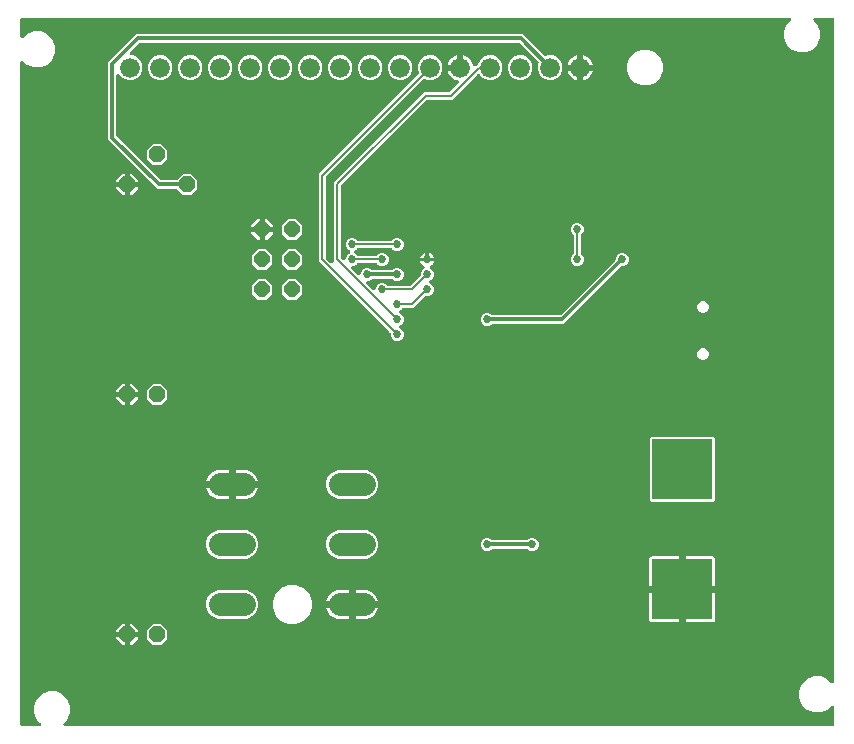
<source format=gbr>
G04 EAGLE Gerber RS-274X export*
G75*
%MOMM*%
%FSLAX34Y34*%
%LPD*%
%INBottom Copper*%
%IPPOS*%
%AMOC8*
5,1,8,0,0,1.08239X$1,22.5*%
G01*
%ADD10C,1.981200*%
%ADD11P,1.415766X8X112.500000*%
%ADD12C,1.676400*%
%ADD13P,1.429621X8X202.500000*%
%ADD14P,1.429621X8X22.500000*%
%ADD15R,5.080000X5.080000*%
%ADD16C,0.685800*%
%ADD17C,0.304800*%
%ADD18C,0.203200*%

G36*
X141492Y74688D02*
X141492Y74688D01*
X141592Y74690D01*
X141664Y74708D01*
X141738Y74717D01*
X141833Y74750D01*
X141930Y74775D01*
X141996Y74809D01*
X142066Y74834D01*
X142151Y74889D01*
X142240Y74935D01*
X142297Y74983D01*
X142359Y75023D01*
X142429Y75095D01*
X142506Y75160D01*
X142550Y75220D01*
X142601Y75274D01*
X142653Y75360D01*
X142713Y75441D01*
X142742Y75509D01*
X142780Y75573D01*
X142811Y75669D01*
X142851Y75761D01*
X142864Y75834D01*
X142887Y75905D01*
X142895Y76005D01*
X142912Y76104D01*
X142909Y76178D01*
X142914Y76252D01*
X142900Y76352D01*
X142894Y76452D01*
X142874Y76523D01*
X142863Y76597D01*
X142826Y76690D01*
X142798Y76787D01*
X142762Y76852D01*
X142734Y76921D01*
X142677Y77003D01*
X142628Y77091D01*
X142563Y77167D01*
X142535Y77207D01*
X142509Y77231D01*
X142469Y77277D01*
X139480Y80267D01*
X137159Y85868D01*
X137159Y91932D01*
X139480Y97533D01*
X143767Y101820D01*
X149368Y104141D01*
X155432Y104141D01*
X161033Y101820D01*
X165320Y97533D01*
X167641Y91932D01*
X167641Y85868D01*
X165320Y80267D01*
X162331Y77277D01*
X162268Y77199D01*
X162199Y77126D01*
X162160Y77062D01*
X162114Y77004D01*
X162071Y76913D01*
X162020Y76827D01*
X161997Y76756D01*
X161965Y76689D01*
X161944Y76591D01*
X161913Y76495D01*
X161908Y76421D01*
X161892Y76348D01*
X161894Y76248D01*
X161886Y76148D01*
X161897Y76074D01*
X161898Y76000D01*
X161922Y75903D01*
X161937Y75803D01*
X161965Y75734D01*
X161983Y75662D01*
X162029Y75573D01*
X162066Y75479D01*
X162108Y75418D01*
X162142Y75352D01*
X162208Y75276D01*
X162265Y75193D01*
X162320Y75143D01*
X162368Y75087D01*
X162449Y75027D01*
X162524Y74960D01*
X162589Y74924D01*
X162649Y74879D01*
X162741Y74840D01*
X162829Y74791D01*
X162900Y74771D01*
X162969Y74741D01*
X163067Y74724D01*
X163164Y74696D01*
X163264Y74688D01*
X163312Y74680D01*
X163347Y74682D01*
X163408Y74677D01*
X812800Y74677D01*
X812826Y74680D01*
X812852Y74678D01*
X812999Y74700D01*
X813146Y74717D01*
X813171Y74725D01*
X813197Y74729D01*
X813335Y74784D01*
X813474Y74834D01*
X813496Y74848D01*
X813521Y74858D01*
X813642Y74943D01*
X813767Y75023D01*
X813785Y75042D01*
X813807Y75057D01*
X813906Y75167D01*
X814009Y75274D01*
X814023Y75296D01*
X814040Y75316D01*
X814112Y75446D01*
X814188Y75573D01*
X814196Y75598D01*
X814209Y75621D01*
X814249Y75764D01*
X814294Y75905D01*
X814296Y75931D01*
X814304Y75956D01*
X814323Y76200D01*
X814323Y90592D01*
X814312Y90692D01*
X814310Y90792D01*
X814292Y90864D01*
X814283Y90938D01*
X814250Y91033D01*
X814225Y91130D01*
X814191Y91196D01*
X814166Y91266D01*
X814111Y91351D01*
X814065Y91440D01*
X814017Y91497D01*
X813977Y91559D01*
X813905Y91629D01*
X813840Y91706D01*
X813780Y91750D01*
X813726Y91801D01*
X813640Y91853D01*
X813559Y91913D01*
X813491Y91942D01*
X813427Y91980D01*
X813331Y92011D01*
X813239Y92051D01*
X813166Y92064D01*
X813095Y92087D01*
X812995Y92095D01*
X812896Y92112D01*
X812822Y92109D01*
X812748Y92114D01*
X812648Y92100D01*
X812548Y92094D01*
X812477Y92074D01*
X812403Y92063D01*
X812310Y92026D01*
X812213Y91998D01*
X812148Y91962D01*
X812079Y91934D01*
X811997Y91877D01*
X811909Y91828D01*
X811833Y91763D01*
X811793Y91735D01*
X811769Y91709D01*
X811723Y91669D01*
X808733Y88680D01*
X803132Y86359D01*
X797068Y86359D01*
X791467Y88680D01*
X787180Y92967D01*
X784859Y98568D01*
X784859Y104632D01*
X787180Y110233D01*
X791467Y114520D01*
X797068Y116841D01*
X803132Y116841D01*
X808733Y114520D01*
X811723Y111531D01*
X811801Y111468D01*
X811874Y111399D01*
X811938Y111360D01*
X811996Y111314D01*
X812087Y111271D01*
X812173Y111220D01*
X812244Y111197D01*
X812311Y111165D01*
X812409Y111144D01*
X812505Y111113D01*
X812579Y111108D01*
X812652Y111092D01*
X812752Y111094D01*
X812852Y111086D01*
X812926Y111097D01*
X813000Y111098D01*
X813097Y111122D01*
X813197Y111137D01*
X813266Y111165D01*
X813338Y111183D01*
X813428Y111229D01*
X813521Y111266D01*
X813582Y111308D01*
X813648Y111342D01*
X813725Y111408D01*
X813807Y111465D01*
X813857Y111520D01*
X813913Y111568D01*
X813973Y111649D01*
X814040Y111724D01*
X814076Y111789D01*
X814121Y111849D01*
X814160Y111941D01*
X814209Y112029D01*
X814229Y112100D01*
X814259Y112169D01*
X814276Y112267D01*
X814304Y112364D01*
X814312Y112464D01*
X814320Y112512D01*
X814318Y112547D01*
X814323Y112608D01*
X814323Y673100D01*
X814320Y673126D01*
X814322Y673152D01*
X814300Y673299D01*
X814283Y673446D01*
X814275Y673471D01*
X814271Y673497D01*
X814216Y673635D01*
X814166Y673774D01*
X814152Y673796D01*
X814142Y673821D01*
X814057Y673942D01*
X813977Y674067D01*
X813958Y674085D01*
X813943Y674107D01*
X813833Y674206D01*
X813726Y674309D01*
X813704Y674323D01*
X813684Y674340D01*
X813554Y674412D01*
X813427Y674488D01*
X813402Y674496D01*
X813379Y674509D01*
X813236Y674549D01*
X813095Y674594D01*
X813069Y674596D01*
X813044Y674604D01*
X812800Y674623D01*
X798408Y674623D01*
X798308Y674612D01*
X798208Y674610D01*
X798136Y674592D01*
X798062Y674583D01*
X797967Y674550D01*
X797870Y674525D01*
X797804Y674491D01*
X797734Y674466D01*
X797649Y674411D01*
X797560Y674365D01*
X797503Y674317D01*
X797441Y674277D01*
X797371Y674205D01*
X797294Y674140D01*
X797250Y674080D01*
X797199Y674026D01*
X797147Y673940D01*
X797087Y673859D01*
X797058Y673791D01*
X797020Y673727D01*
X796989Y673631D01*
X796949Y673539D01*
X796936Y673466D01*
X796913Y673395D01*
X796905Y673295D01*
X796888Y673196D01*
X796891Y673122D01*
X796886Y673048D01*
X796900Y672948D01*
X796906Y672848D01*
X796926Y672777D01*
X796937Y672703D01*
X796974Y672610D01*
X797002Y672513D01*
X797038Y672448D01*
X797066Y672379D01*
X797123Y672297D01*
X797172Y672209D01*
X797237Y672133D01*
X797265Y672093D01*
X797291Y672069D01*
X797331Y672023D01*
X800320Y669033D01*
X802641Y663432D01*
X802641Y657368D01*
X800320Y651767D01*
X796033Y647480D01*
X790432Y645159D01*
X784368Y645159D01*
X778767Y647480D01*
X774480Y651767D01*
X772159Y657368D01*
X772159Y663432D01*
X774480Y669033D01*
X777469Y672023D01*
X777532Y672101D01*
X777601Y672174D01*
X777640Y672238D01*
X777686Y672296D01*
X777729Y672387D01*
X777780Y672473D01*
X777803Y672544D01*
X777835Y672611D01*
X777856Y672709D01*
X777887Y672805D01*
X777892Y672879D01*
X777908Y672952D01*
X777906Y673052D01*
X777914Y673152D01*
X777903Y673226D01*
X777902Y673300D01*
X777878Y673397D01*
X777863Y673497D01*
X777835Y673566D01*
X777817Y673638D01*
X777771Y673728D01*
X777734Y673821D01*
X777692Y673882D01*
X777658Y673948D01*
X777592Y674025D01*
X777535Y674107D01*
X777480Y674157D01*
X777432Y674213D01*
X777351Y674273D01*
X777276Y674340D01*
X777211Y674376D01*
X777151Y674421D01*
X777059Y674460D01*
X776971Y674509D01*
X776900Y674529D01*
X776831Y674559D01*
X776733Y674576D01*
X776636Y674604D01*
X776536Y674612D01*
X776488Y674620D01*
X776453Y674618D01*
X776392Y674623D01*
X127000Y674623D01*
X126974Y674620D01*
X126948Y674622D01*
X126801Y674600D01*
X126654Y674583D01*
X126629Y674575D01*
X126603Y674571D01*
X126465Y674516D01*
X126326Y674466D01*
X126304Y674452D01*
X126279Y674442D01*
X126158Y674357D01*
X126033Y674277D01*
X126015Y674258D01*
X125993Y674243D01*
X125894Y674133D01*
X125791Y674026D01*
X125777Y674004D01*
X125760Y673984D01*
X125688Y673854D01*
X125612Y673727D01*
X125604Y673702D01*
X125591Y673679D01*
X125551Y673536D01*
X125506Y673395D01*
X125504Y673369D01*
X125496Y673344D01*
X125477Y673100D01*
X125477Y658708D01*
X125488Y658608D01*
X125490Y658508D01*
X125508Y658436D01*
X125517Y658362D01*
X125550Y658267D01*
X125575Y658170D01*
X125609Y658104D01*
X125634Y658034D01*
X125689Y657949D01*
X125735Y657860D01*
X125783Y657803D01*
X125823Y657741D01*
X125895Y657671D01*
X125960Y657594D01*
X126020Y657550D01*
X126074Y657499D01*
X126160Y657447D01*
X126241Y657387D01*
X126309Y657358D01*
X126373Y657320D01*
X126469Y657289D01*
X126561Y657249D01*
X126634Y657236D01*
X126705Y657213D01*
X126805Y657205D01*
X126904Y657188D01*
X126978Y657191D01*
X127052Y657186D01*
X127152Y657200D01*
X127252Y657206D01*
X127323Y657226D01*
X127397Y657237D01*
X127490Y657274D01*
X127587Y657302D01*
X127652Y657338D01*
X127721Y657366D01*
X127803Y657423D01*
X127891Y657472D01*
X127967Y657537D01*
X128007Y657565D01*
X128031Y657591D01*
X128077Y657631D01*
X131067Y660620D01*
X136668Y662941D01*
X142732Y662941D01*
X148333Y660620D01*
X152620Y656333D01*
X154941Y650732D01*
X154941Y644668D01*
X152620Y639067D01*
X148333Y634780D01*
X142732Y632459D01*
X136668Y632459D01*
X131067Y634780D01*
X128077Y637769D01*
X127999Y637832D01*
X127926Y637901D01*
X127862Y637940D01*
X127804Y637986D01*
X127713Y638029D01*
X127627Y638080D01*
X127556Y638103D01*
X127489Y638135D01*
X127391Y638156D01*
X127295Y638187D01*
X127221Y638192D01*
X127148Y638208D01*
X127048Y638206D01*
X126948Y638214D01*
X126874Y638203D01*
X126800Y638202D01*
X126703Y638178D01*
X126603Y638163D01*
X126534Y638135D01*
X126462Y638117D01*
X126373Y638071D01*
X126279Y638034D01*
X126218Y637992D01*
X126152Y637958D01*
X126076Y637892D01*
X125993Y637835D01*
X125943Y637780D01*
X125887Y637732D01*
X125827Y637651D01*
X125760Y637576D01*
X125724Y637511D01*
X125679Y637451D01*
X125640Y637359D01*
X125591Y637271D01*
X125571Y637200D01*
X125541Y637131D01*
X125524Y637033D01*
X125496Y636936D01*
X125488Y636836D01*
X125480Y636788D01*
X125482Y636753D01*
X125477Y636692D01*
X125477Y76200D01*
X125480Y76174D01*
X125478Y76148D01*
X125500Y76001D01*
X125517Y75854D01*
X125525Y75829D01*
X125529Y75803D01*
X125584Y75665D01*
X125634Y75526D01*
X125648Y75504D01*
X125658Y75479D01*
X125743Y75358D01*
X125823Y75233D01*
X125842Y75215D01*
X125857Y75193D01*
X125967Y75094D01*
X126074Y74991D01*
X126096Y74977D01*
X126116Y74960D01*
X126246Y74888D01*
X126373Y74812D01*
X126398Y74804D01*
X126421Y74791D01*
X126564Y74751D01*
X126705Y74706D01*
X126731Y74704D01*
X126756Y74696D01*
X127000Y74677D01*
X141392Y74677D01*
X141492Y74688D01*
G37*
%LPC*%
G36*
X443414Y400938D02*
X443414Y400938D01*
X441406Y401770D01*
X439870Y403306D01*
X439038Y405314D01*
X439038Y406919D01*
X439024Y407045D01*
X439017Y407171D01*
X439004Y407217D01*
X438998Y407265D01*
X438956Y407384D01*
X438921Y407506D01*
X438897Y407548D01*
X438881Y407594D01*
X438812Y407700D01*
X438751Y407810D01*
X438711Y407856D01*
X438692Y407886D01*
X438657Y407920D01*
X438592Y407996D01*
X377951Y468637D01*
X377951Y542263D01*
X380183Y544495D01*
X462446Y626758D01*
X462494Y626818D01*
X462549Y626871D01*
X462602Y626954D01*
X462663Y627031D01*
X462696Y627100D01*
X462737Y627164D01*
X462770Y627257D01*
X462812Y627346D01*
X462828Y627421D01*
X462854Y627493D01*
X462865Y627591D01*
X462885Y627687D01*
X462884Y627763D01*
X462893Y627839D01*
X462881Y627937D01*
X462879Y628035D01*
X462861Y628109D01*
X462852Y628185D01*
X462806Y628327D01*
X462794Y628373D01*
X462786Y628390D01*
X462777Y628418D01*
X461985Y630328D01*
X461985Y634472D01*
X463571Y638300D01*
X466500Y641229D01*
X470328Y642815D01*
X474472Y642815D01*
X478300Y641229D01*
X481229Y638300D01*
X482815Y634472D01*
X482815Y630328D01*
X481229Y626500D01*
X478300Y623571D01*
X474472Y621985D01*
X470328Y621985D01*
X468418Y622777D01*
X468344Y622798D01*
X468274Y622828D01*
X468178Y622845D01*
X468083Y622872D01*
X468007Y622876D01*
X467931Y622890D01*
X467833Y622884D01*
X467735Y622889D01*
X467660Y622876D01*
X467583Y622872D01*
X467489Y622844D01*
X467392Y622827D01*
X467322Y622796D01*
X467248Y622775D01*
X467162Y622727D01*
X467072Y622688D01*
X467011Y622642D01*
X466944Y622605D01*
X466830Y622508D01*
X466793Y622480D01*
X466780Y622465D01*
X466758Y622446D01*
X384495Y540183D01*
X384416Y540084D01*
X384332Y539990D01*
X384308Y539948D01*
X384278Y539910D01*
X384224Y539796D01*
X384163Y539685D01*
X384150Y539639D01*
X384129Y539595D01*
X384103Y539472D01*
X384068Y539350D01*
X384063Y539289D01*
X384056Y539254D01*
X384057Y539206D01*
X384049Y539106D01*
X384049Y471794D01*
X384063Y471668D01*
X384070Y471542D01*
X384083Y471496D01*
X384089Y471448D01*
X384131Y471329D01*
X384166Y471207D01*
X384190Y471165D01*
X384206Y471119D01*
X384275Y471013D01*
X384336Y470903D01*
X384376Y470857D01*
X384395Y470827D01*
X384430Y470793D01*
X384495Y470717D01*
X388051Y467161D01*
X388129Y467098D01*
X388202Y467028D01*
X388266Y466990D01*
X388324Y466944D01*
X388415Y466901D01*
X388501Y466850D01*
X388572Y466827D01*
X388639Y466795D01*
X388737Y466774D01*
X388833Y466743D01*
X388907Y466737D01*
X388980Y466722D01*
X389080Y466723D01*
X389180Y466715D01*
X389254Y466726D01*
X389328Y466728D01*
X389425Y466752D01*
X389525Y466767D01*
X389594Y466795D01*
X389666Y466813D01*
X389755Y466859D01*
X389849Y466896D01*
X389910Y466938D01*
X389976Y466972D01*
X390052Y467037D01*
X390135Y467095D01*
X390185Y467150D01*
X390241Y467198D01*
X390301Y467279D01*
X390368Y467354D01*
X390404Y467419D01*
X390449Y467478D01*
X390488Y467571D01*
X390537Y467659D01*
X390557Y467730D01*
X390587Y467798D01*
X390604Y467897D01*
X390632Y467994D01*
X390640Y468094D01*
X390648Y468141D01*
X390646Y468177D01*
X390651Y468238D01*
X390651Y534663D01*
X465075Y609087D01*
X467307Y611319D01*
X487941Y611319D01*
X488066Y611333D01*
X488192Y611340D01*
X488239Y611353D01*
X488287Y611359D01*
X488406Y611401D01*
X488527Y611436D01*
X488569Y611460D01*
X488615Y611476D01*
X488721Y611545D01*
X488832Y611606D01*
X488878Y611646D01*
X488908Y611665D01*
X488941Y611700D01*
X489018Y611765D01*
X496372Y619119D01*
X496468Y619240D01*
X496567Y619359D01*
X496576Y619376D01*
X496588Y619392D01*
X496655Y619532D01*
X496724Y619670D01*
X496729Y619689D01*
X496737Y619707D01*
X496770Y619858D01*
X496806Y620009D01*
X496806Y620029D01*
X496810Y620047D01*
X496808Y620202D01*
X496809Y620358D01*
X496805Y620377D01*
X496805Y620396D01*
X496767Y620546D01*
X496733Y620698D01*
X496724Y620715D01*
X496720Y620734D01*
X496648Y620872D01*
X496581Y621011D01*
X496569Y621026D01*
X496560Y621044D01*
X496459Y621162D01*
X496362Y621283D01*
X496347Y621294D01*
X496334Y621309D01*
X496209Y621402D01*
X496087Y621497D01*
X496069Y621505D01*
X496054Y621516D01*
X495911Y621578D01*
X495770Y621643D01*
X495748Y621648D01*
X495734Y621654D01*
X495691Y621662D01*
X495533Y621700D01*
X495242Y621746D01*
X493607Y622278D01*
X492075Y623058D01*
X490684Y624069D01*
X489469Y625284D01*
X488458Y626675D01*
X487678Y628207D01*
X487146Y629842D01*
X487137Y629901D01*
X496824Y629901D01*
X496850Y629904D01*
X496876Y629902D01*
X497023Y629924D01*
X497170Y629941D01*
X497195Y629949D01*
X497221Y629953D01*
X497358Y630008D01*
X497498Y630058D01*
X497520Y630072D01*
X497545Y630082D01*
X497666Y630167D01*
X497791Y630247D01*
X497809Y630266D01*
X497831Y630281D01*
X497930Y630391D01*
X498033Y630498D01*
X498047Y630520D01*
X498064Y630540D01*
X498136Y630670D01*
X498212Y630797D01*
X498220Y630822D01*
X498233Y630845D01*
X498273Y630988D01*
X498318Y631129D01*
X498320Y631155D01*
X498327Y631180D01*
X498347Y631424D01*
X498347Y631853D01*
X498776Y631853D01*
X498802Y631856D01*
X498828Y631854D01*
X498975Y631876D01*
X499122Y631893D01*
X499147Y631902D01*
X499173Y631906D01*
X499311Y631960D01*
X499450Y632010D01*
X499472Y632025D01*
X499497Y632034D01*
X499618Y632119D01*
X499743Y632199D01*
X499761Y632218D01*
X499783Y632233D01*
X499882Y632343D01*
X499985Y632450D01*
X499999Y632473D01*
X500016Y632492D01*
X500088Y632622D01*
X500164Y632749D01*
X500172Y632774D01*
X500185Y632797D01*
X500225Y632940D01*
X500270Y633081D01*
X500272Y633107D01*
X500280Y633132D01*
X500299Y633376D01*
X500299Y643063D01*
X500358Y643054D01*
X501993Y642522D01*
X503525Y641742D01*
X504916Y640731D01*
X506131Y639516D01*
X507142Y638125D01*
X507922Y636593D01*
X508454Y634958D01*
X508500Y634667D01*
X508541Y634518D01*
X508579Y634367D01*
X508588Y634350D01*
X508593Y634332D01*
X508667Y634196D01*
X508739Y634058D01*
X508751Y634043D01*
X508761Y634026D01*
X508864Y633910D01*
X508965Y633792D01*
X508980Y633781D01*
X508993Y633766D01*
X509121Y633677D01*
X509245Y633585D01*
X509263Y633577D01*
X509279Y633566D01*
X509423Y633508D01*
X509565Y633447D01*
X509584Y633444D01*
X509602Y633436D01*
X509755Y633413D01*
X509908Y633385D01*
X509927Y633386D01*
X509946Y633383D01*
X510101Y633395D01*
X510256Y633403D01*
X510275Y633409D01*
X510294Y633410D01*
X510442Y633457D01*
X510591Y633500D01*
X510608Y633509D01*
X510626Y633515D01*
X510760Y633594D01*
X510895Y633670D01*
X510913Y633685D01*
X510926Y633693D01*
X510958Y633723D01*
X511081Y633828D01*
X512882Y635629D01*
X512911Y635648D01*
X512980Y635680D01*
X513057Y635742D01*
X513139Y635795D01*
X513192Y635850D01*
X513252Y635898D01*
X513313Y635975D01*
X513382Y636046D01*
X513421Y636111D01*
X513468Y636171D01*
X513536Y636304D01*
X513560Y636345D01*
X513566Y636363D01*
X513580Y636389D01*
X514371Y638300D01*
X517300Y641229D01*
X521128Y642815D01*
X525272Y642815D01*
X529100Y641229D01*
X532029Y638300D01*
X533615Y634472D01*
X533615Y630328D01*
X532029Y626500D01*
X529100Y623571D01*
X525272Y621985D01*
X521128Y621985D01*
X517300Y623571D01*
X514451Y626421D01*
X514430Y626437D01*
X514413Y626457D01*
X514294Y626545D01*
X514178Y626637D01*
X514154Y626648D01*
X514133Y626664D01*
X513997Y626723D01*
X513863Y626786D01*
X513837Y626792D01*
X513813Y626802D01*
X513667Y626828D01*
X513522Y626859D01*
X513496Y626859D01*
X513470Y626864D01*
X513321Y626856D01*
X513174Y626853D01*
X513148Y626847D01*
X513122Y626846D01*
X512979Y626805D01*
X512836Y626768D01*
X512812Y626756D01*
X512787Y626749D01*
X512657Y626677D01*
X512526Y626609D01*
X512506Y626592D01*
X512483Y626579D01*
X512297Y626421D01*
X491097Y605221D01*
X470464Y605221D01*
X470338Y605207D01*
X470212Y605200D01*
X470166Y605187D01*
X470118Y605181D01*
X469999Y605139D01*
X469877Y605104D01*
X469835Y605080D01*
X469789Y605064D01*
X469683Y604995D01*
X469573Y604934D01*
X469527Y604894D01*
X469497Y604875D01*
X469463Y604840D01*
X469387Y604775D01*
X397195Y532583D01*
X397116Y532484D01*
X397032Y532390D01*
X397008Y532348D01*
X396978Y532310D01*
X396924Y532196D01*
X396863Y532085D01*
X396850Y532039D01*
X396829Y531995D01*
X396803Y531872D01*
X396768Y531750D01*
X396763Y531689D01*
X396756Y531654D01*
X396757Y531606D01*
X396749Y531506D01*
X396749Y471794D01*
X396763Y471669D01*
X396770Y471542D01*
X396783Y471495D01*
X396789Y471448D01*
X396831Y471329D01*
X396866Y471207D01*
X396890Y471165D01*
X396906Y471119D01*
X396975Y471013D01*
X397036Y470903D01*
X397076Y470857D01*
X397095Y470827D01*
X397130Y470793D01*
X397195Y470717D01*
X398338Y469574D01*
X398417Y469511D01*
X398489Y469441D01*
X398553Y469403D01*
X398611Y469357D01*
X398702Y469314D01*
X398788Y469263D01*
X398859Y469240D01*
X398926Y469208D01*
X399024Y469187D01*
X399120Y469156D01*
X399194Y469150D01*
X399267Y469135D01*
X399367Y469136D01*
X399467Y469128D01*
X399541Y469139D01*
X399615Y469141D01*
X399712Y469165D01*
X399812Y469180D01*
X399881Y469208D01*
X399953Y469226D01*
X400042Y469272D01*
X400136Y469309D01*
X400197Y469351D01*
X400263Y469385D01*
X400339Y469450D01*
X400422Y469508D01*
X400472Y469563D01*
X400528Y469611D01*
X400588Y469692D01*
X400655Y469767D01*
X400691Y469832D01*
X400736Y469891D01*
X400775Y469984D01*
X400824Y470072D01*
X400844Y470143D01*
X400874Y470211D01*
X400891Y470310D01*
X400919Y470407D01*
X400927Y470507D01*
X400935Y470554D01*
X400933Y470590D01*
X400938Y470651D01*
X400938Y470986D01*
X401770Y472994D01*
X403306Y474530D01*
X404061Y474843D01*
X404148Y474892D01*
X404240Y474932D01*
X404300Y474976D01*
X404365Y475012D01*
X404440Y475080D01*
X404520Y475139D01*
X404568Y475196D01*
X404623Y475246D01*
X404680Y475329D01*
X404745Y475405D01*
X404779Y475472D01*
X404822Y475533D01*
X404858Y475626D01*
X404904Y475716D01*
X404922Y475788D01*
X404949Y475857D01*
X404964Y475956D01*
X404988Y476054D01*
X404989Y476128D01*
X405000Y476202D01*
X404992Y476302D01*
X404993Y476402D01*
X404977Y476475D01*
X404971Y476549D01*
X404940Y476645D01*
X404919Y476743D01*
X404887Y476810D01*
X404864Y476881D01*
X404812Y476967D01*
X404769Y477058D01*
X404723Y477116D01*
X404684Y477179D01*
X404615Y477251D01*
X404552Y477330D01*
X404493Y477376D01*
X404442Y477429D01*
X404357Y477484D01*
X404278Y477546D01*
X404189Y477592D01*
X404148Y477618D01*
X404115Y477630D01*
X404061Y477657D01*
X403306Y477970D01*
X401770Y479506D01*
X400938Y481514D01*
X400938Y483686D01*
X401770Y485694D01*
X403306Y487230D01*
X405314Y488062D01*
X407486Y488062D01*
X409494Y487230D01*
X410629Y486095D01*
X410728Y486016D01*
X410822Y485932D01*
X410864Y485908D01*
X410902Y485878D01*
X411016Y485824D01*
X411127Y485763D01*
X411174Y485750D01*
X411217Y485729D01*
X411341Y485703D01*
X411462Y485668D01*
X411523Y485663D01*
X411558Y485656D01*
X411606Y485657D01*
X411706Y485649D01*
X439194Y485649D01*
X439319Y485663D01*
X439446Y485670D01*
X439492Y485683D01*
X439540Y485689D01*
X439659Y485731D01*
X439780Y485766D01*
X439823Y485790D01*
X439868Y485806D01*
X439974Y485875D01*
X440085Y485936D01*
X440131Y485976D01*
X440161Y485995D01*
X440194Y486030D01*
X440271Y486095D01*
X441406Y487230D01*
X443414Y488062D01*
X445586Y488062D01*
X447594Y487230D01*
X449130Y485694D01*
X449962Y483686D01*
X449962Y481514D01*
X449130Y479506D01*
X447594Y477970D01*
X445586Y477138D01*
X443414Y477138D01*
X441406Y477970D01*
X440271Y479105D01*
X440172Y479184D01*
X440078Y479268D01*
X440036Y479292D01*
X439998Y479322D01*
X439884Y479376D01*
X439773Y479437D01*
X439726Y479450D01*
X439683Y479471D01*
X439559Y479497D01*
X439438Y479532D01*
X439377Y479537D01*
X439342Y479544D01*
X439294Y479543D01*
X439194Y479551D01*
X411706Y479551D01*
X411581Y479537D01*
X411454Y479530D01*
X411408Y479517D01*
X411360Y479511D01*
X411241Y479469D01*
X411120Y479434D01*
X411077Y479410D01*
X411032Y479394D01*
X410926Y479325D01*
X410815Y479264D01*
X410769Y479224D01*
X410739Y479205D01*
X410706Y479170D01*
X410629Y479105D01*
X409494Y477970D01*
X408739Y477657D01*
X408652Y477608D01*
X408560Y477569D01*
X408500Y477524D01*
X408435Y477488D01*
X408361Y477421D01*
X408280Y477361D01*
X408232Y477304D01*
X408177Y477254D01*
X408120Y477171D01*
X408055Y477095D01*
X408021Y477028D01*
X407979Y476967D01*
X407942Y476874D01*
X407896Y476784D01*
X407878Y476712D01*
X407851Y476643D01*
X407836Y476544D01*
X407812Y476446D01*
X407811Y476372D01*
X407800Y476298D01*
X407808Y476198D01*
X407807Y476098D01*
X407823Y476025D01*
X407829Y475951D01*
X407860Y475855D01*
X407881Y475757D01*
X407913Y475690D01*
X407936Y475619D01*
X407988Y475533D01*
X408031Y475442D01*
X408077Y475384D01*
X408116Y475321D01*
X408185Y475249D01*
X408248Y475170D01*
X408307Y475124D01*
X408358Y475071D01*
X408443Y475016D01*
X408522Y474954D01*
X408611Y474909D01*
X408652Y474882D01*
X408685Y474870D01*
X408739Y474843D01*
X409494Y474530D01*
X410629Y473395D01*
X410728Y473316D01*
X410822Y473232D01*
X410864Y473208D01*
X410902Y473178D01*
X411016Y473124D01*
X411127Y473063D01*
X411174Y473050D01*
X411217Y473029D01*
X411341Y473003D01*
X411462Y472968D01*
X411523Y472963D01*
X411558Y472956D01*
X411606Y472957D01*
X411706Y472949D01*
X426494Y472949D01*
X426619Y472963D01*
X426746Y472970D01*
X426792Y472983D01*
X426840Y472989D01*
X426959Y473031D01*
X427080Y473066D01*
X427123Y473090D01*
X427168Y473106D01*
X427274Y473175D01*
X427385Y473236D01*
X427431Y473276D01*
X427461Y473295D01*
X427494Y473330D01*
X427571Y473395D01*
X428706Y474530D01*
X430714Y475362D01*
X432886Y475362D01*
X434894Y474530D01*
X436430Y472994D01*
X437262Y470986D01*
X437262Y468814D01*
X436430Y466806D01*
X434894Y465270D01*
X432886Y464438D01*
X430714Y464438D01*
X430530Y464514D01*
X428706Y465270D01*
X427571Y466405D01*
X427472Y466484D01*
X427378Y466568D01*
X427336Y466592D01*
X427298Y466622D01*
X427184Y466676D01*
X427073Y466737D01*
X427026Y466750D01*
X426983Y466771D01*
X426859Y466797D01*
X426738Y466832D01*
X426677Y466837D01*
X426642Y466844D01*
X426594Y466843D01*
X426494Y466851D01*
X411706Y466851D01*
X411581Y466837D01*
X411454Y466830D01*
X411408Y466817D01*
X411360Y466811D01*
X411241Y466769D01*
X411120Y466734D01*
X411077Y466710D01*
X411032Y466694D01*
X410926Y466625D01*
X410815Y466564D01*
X410769Y466524D01*
X410739Y466505D01*
X410706Y466470D01*
X410629Y466405D01*
X409494Y465270D01*
X407486Y464438D01*
X407151Y464438D01*
X407051Y464427D01*
X406951Y464425D01*
X406878Y464407D01*
X406805Y464398D01*
X406710Y464365D01*
X406613Y464340D01*
X406546Y464306D01*
X406476Y464281D01*
X406392Y464226D01*
X406303Y464180D01*
X406246Y464132D01*
X406184Y464092D01*
X406114Y464020D01*
X406037Y463955D01*
X405993Y463895D01*
X405941Y463841D01*
X405890Y463755D01*
X405830Y463674D01*
X405801Y463606D01*
X405763Y463542D01*
X405732Y463446D01*
X405692Y463354D01*
X405679Y463281D01*
X405656Y463210D01*
X405648Y463110D01*
X405631Y463011D01*
X405634Y462937D01*
X405628Y462863D01*
X405643Y462763D01*
X405648Y462663D01*
X405669Y462592D01*
X405680Y462518D01*
X405717Y462425D01*
X405745Y462328D01*
X405781Y462263D01*
X405809Y462194D01*
X405866Y462112D01*
X405915Y462024D01*
X405980Y461948D01*
X406008Y461908D01*
X406034Y461884D01*
X406074Y461838D01*
X411038Y456874D01*
X411116Y456811D01*
X411189Y456741D01*
X411253Y456703D01*
X411311Y456657D01*
X411402Y456614D01*
X411488Y456563D01*
X411559Y456540D01*
X411626Y456508D01*
X411724Y456487D01*
X411820Y456456D01*
X411894Y456450D01*
X411967Y456435D01*
X412067Y456436D01*
X412167Y456428D01*
X412241Y456439D01*
X412315Y456441D01*
X412412Y456465D01*
X412512Y456480D01*
X412581Y456508D01*
X412653Y456526D01*
X412743Y456572D01*
X412836Y456609D01*
X412897Y456651D01*
X412963Y456685D01*
X413040Y456751D01*
X413122Y456808D01*
X413172Y456863D01*
X413228Y456911D01*
X413288Y456992D01*
X413355Y457067D01*
X413391Y457132D01*
X413436Y457191D01*
X413475Y457284D01*
X413524Y457372D01*
X413544Y457443D01*
X413574Y457511D01*
X413591Y457610D01*
X413619Y457707D01*
X413627Y457807D01*
X413635Y457854D01*
X413633Y457890D01*
X413638Y457951D01*
X413638Y458286D01*
X414470Y460294D01*
X416006Y461830D01*
X418014Y462662D01*
X420186Y462662D01*
X422194Y461830D01*
X422821Y461203D01*
X422920Y461124D01*
X423014Y461040D01*
X423056Y461016D01*
X423094Y460986D01*
X423208Y460932D01*
X423319Y460871D01*
X423366Y460858D01*
X423409Y460837D01*
X423533Y460811D01*
X423654Y460776D01*
X423715Y460771D01*
X423750Y460764D01*
X423798Y460765D01*
X423898Y460757D01*
X439702Y460757D01*
X439827Y460771D01*
X439954Y460778D01*
X440000Y460791D01*
X440048Y460797D01*
X440167Y460839D01*
X440288Y460874D01*
X440331Y460898D01*
X440376Y460914D01*
X440482Y460983D01*
X440593Y461044D01*
X440639Y461084D01*
X440669Y461103D01*
X440702Y461138D01*
X440779Y461203D01*
X441406Y461830D01*
X443414Y462662D01*
X445586Y462662D01*
X447594Y461830D01*
X449130Y460294D01*
X449962Y458286D01*
X449962Y456114D01*
X449130Y454106D01*
X447594Y452570D01*
X445586Y451738D01*
X443414Y451738D01*
X441406Y452570D01*
X440779Y453197D01*
X440680Y453276D01*
X440586Y453360D01*
X440544Y453384D01*
X440506Y453414D01*
X440392Y453468D01*
X440281Y453529D01*
X440234Y453542D01*
X440191Y453563D01*
X440067Y453589D01*
X439946Y453624D01*
X439885Y453629D01*
X439850Y453636D01*
X439802Y453635D01*
X439702Y453643D01*
X423898Y453643D01*
X423773Y453629D01*
X423646Y453622D01*
X423600Y453609D01*
X423552Y453603D01*
X423433Y453561D01*
X423312Y453526D01*
X423269Y453502D01*
X423224Y453486D01*
X423118Y453417D01*
X423007Y453356D01*
X422961Y453316D01*
X422931Y453297D01*
X422898Y453262D01*
X422821Y453197D01*
X422194Y452570D01*
X420186Y451738D01*
X419851Y451738D01*
X419751Y451727D01*
X419651Y451725D01*
X419578Y451707D01*
X419505Y451698D01*
X419410Y451665D01*
X419313Y451640D01*
X419246Y451606D01*
X419176Y451581D01*
X419092Y451526D01*
X419003Y451480D01*
X418946Y451432D01*
X418884Y451392D01*
X418814Y451320D01*
X418737Y451255D01*
X418693Y451195D01*
X418641Y451141D01*
X418590Y451055D01*
X418530Y450974D01*
X418501Y450906D01*
X418463Y450842D01*
X418432Y450746D01*
X418392Y450654D01*
X418379Y450581D01*
X418356Y450510D01*
X418348Y450410D01*
X418331Y450311D01*
X418334Y450237D01*
X418328Y450163D01*
X418343Y450063D01*
X418348Y449963D01*
X418369Y449892D01*
X418380Y449818D01*
X418417Y449725D01*
X418445Y449628D01*
X418481Y449563D01*
X418509Y449494D01*
X418566Y449412D01*
X418615Y449324D01*
X418680Y449248D01*
X418708Y449208D01*
X418734Y449184D01*
X418774Y449138D01*
X423738Y444174D01*
X423816Y444111D01*
X423889Y444041D01*
X423953Y444003D01*
X424011Y443957D01*
X424102Y443914D01*
X424188Y443863D01*
X424259Y443840D01*
X424326Y443808D01*
X424424Y443787D01*
X424520Y443756D01*
X424594Y443750D01*
X424667Y443735D01*
X424767Y443736D01*
X424867Y443728D01*
X424941Y443739D01*
X425015Y443741D01*
X425112Y443765D01*
X425212Y443780D01*
X425281Y443808D01*
X425353Y443826D01*
X425443Y443872D01*
X425536Y443909D01*
X425597Y443951D01*
X425663Y443985D01*
X425740Y444051D01*
X425822Y444108D01*
X425872Y444163D01*
X425928Y444211D01*
X425988Y444292D01*
X426055Y444367D01*
X426091Y444432D01*
X426136Y444491D01*
X426175Y444584D01*
X426224Y444672D01*
X426244Y444743D01*
X426274Y444811D01*
X426291Y444910D01*
X426319Y445007D01*
X426327Y445107D01*
X426335Y445154D01*
X426333Y445190D01*
X426338Y445251D01*
X426338Y445586D01*
X427170Y447594D01*
X428706Y449130D01*
X430714Y449962D01*
X432886Y449962D01*
X434894Y449130D01*
X436029Y447995D01*
X436128Y447916D01*
X436222Y447832D01*
X436264Y447808D01*
X436302Y447778D01*
X436416Y447724D01*
X436527Y447663D01*
X436574Y447650D01*
X436617Y447629D01*
X436741Y447603D01*
X436862Y447568D01*
X436923Y447563D01*
X436958Y447556D01*
X437006Y447557D01*
X437106Y447549D01*
X455306Y447549D01*
X455432Y447563D01*
X455558Y447570D01*
X455604Y447583D01*
X455652Y447589D01*
X455771Y447631D01*
X455893Y447666D01*
X455935Y447690D01*
X455981Y447706D01*
X456087Y447775D01*
X456197Y447836D01*
X456243Y447876D01*
X456273Y447895D01*
X456307Y447930D01*
X456383Y447995D01*
X463992Y455604D01*
X464071Y455703D01*
X464155Y455797D01*
X464179Y455839D01*
X464209Y455877D01*
X464263Y455991D01*
X464324Y456102D01*
X464337Y456148D01*
X464358Y456192D01*
X464384Y456315D01*
X464419Y456437D01*
X464424Y456498D01*
X464431Y456533D01*
X464430Y456581D01*
X464438Y456681D01*
X464438Y458286D01*
X465270Y460294D01*
X466806Y461830D01*
X466905Y461871D01*
X467015Y461932D01*
X467128Y461986D01*
X467167Y462017D01*
X467210Y462041D01*
X467303Y462125D01*
X467401Y462203D01*
X467432Y462242D01*
X467468Y462275D01*
X467540Y462378D01*
X467617Y462476D01*
X467638Y462521D01*
X467666Y462561D01*
X467712Y462678D01*
X467766Y462792D01*
X467776Y462840D01*
X467794Y462886D01*
X467813Y463010D01*
X467839Y463132D01*
X467838Y463182D01*
X467845Y463230D01*
X467835Y463355D01*
X467832Y463481D01*
X467820Y463529D01*
X467816Y463578D01*
X467778Y463697D01*
X467747Y463819D01*
X467724Y463862D01*
X467709Y463909D01*
X467644Y464017D01*
X467587Y464128D01*
X467555Y464166D01*
X467529Y464208D01*
X467442Y464298D01*
X467361Y464393D01*
X467312Y464432D01*
X467287Y464458D01*
X467246Y464484D01*
X467169Y464545D01*
X466094Y465263D01*
X465263Y466094D01*
X464610Y467072D01*
X464160Y468159D01*
X464116Y468377D01*
X469900Y468377D01*
X475684Y468377D01*
X475640Y468159D01*
X475190Y467072D01*
X474537Y466094D01*
X473706Y465263D01*
X472631Y464545D01*
X472536Y464464D01*
X472435Y464389D01*
X472403Y464352D01*
X472365Y464320D01*
X472291Y464219D01*
X472210Y464123D01*
X472187Y464079D01*
X472158Y464040D01*
X472108Y463925D01*
X472051Y463813D01*
X472039Y463765D01*
X472019Y463720D01*
X471997Y463596D01*
X471967Y463475D01*
X471966Y463425D01*
X471957Y463377D01*
X471964Y463252D01*
X471962Y463126D01*
X471972Y463078D01*
X471975Y463029D01*
X472009Y462908D01*
X472036Y462786D01*
X472057Y462741D01*
X472071Y462694D01*
X472132Y462584D01*
X472186Y462471D01*
X472217Y462432D01*
X472241Y462389D01*
X472325Y462297D01*
X472403Y462199D01*
X472442Y462168D01*
X472475Y462132D01*
X472579Y462060D01*
X472677Y461983D01*
X472732Y461954D01*
X472762Y461934D01*
X472807Y461916D01*
X472895Y461871D01*
X472994Y461830D01*
X474530Y460294D01*
X475362Y458286D01*
X475362Y456114D01*
X474530Y454106D01*
X472994Y452570D01*
X472239Y452257D01*
X472152Y452208D01*
X472060Y452169D01*
X472000Y452124D01*
X471935Y452088D01*
X471861Y452021D01*
X471780Y451961D01*
X471732Y451904D01*
X471677Y451854D01*
X471620Y451771D01*
X471555Y451695D01*
X471521Y451628D01*
X471479Y451567D01*
X471442Y451474D01*
X471396Y451384D01*
X471378Y451312D01*
X471351Y451243D01*
X471336Y451144D01*
X471312Y451046D01*
X471311Y450972D01*
X471300Y450898D01*
X471308Y450798D01*
X471307Y450698D01*
X471323Y450625D01*
X471329Y450551D01*
X471360Y450455D01*
X471381Y450357D01*
X471413Y450290D01*
X471436Y450219D01*
X471488Y450133D01*
X471531Y450042D01*
X471577Y449984D01*
X471616Y449921D01*
X471685Y449849D01*
X471748Y449770D01*
X471807Y449724D01*
X471858Y449671D01*
X471943Y449616D01*
X472022Y449554D01*
X472111Y449509D01*
X472152Y449482D01*
X472185Y449470D01*
X472239Y449443D01*
X472994Y449130D01*
X474530Y447594D01*
X475362Y445586D01*
X475362Y443414D01*
X474530Y441406D01*
X472994Y439870D01*
X470986Y439038D01*
X469381Y439038D01*
X469255Y439024D01*
X469129Y439017D01*
X469083Y439004D01*
X469035Y438998D01*
X468916Y438956D01*
X468794Y438921D01*
X468752Y438897D01*
X468706Y438881D01*
X468600Y438812D01*
X468490Y438751D01*
X468444Y438711D01*
X468414Y438692D01*
X468380Y438657D01*
X468304Y438592D01*
X458463Y428751D01*
X449806Y428751D01*
X449681Y428737D01*
X449554Y428730D01*
X449508Y428717D01*
X449460Y428711D01*
X449341Y428669D01*
X449220Y428634D01*
X449177Y428610D01*
X449132Y428594D01*
X449026Y428525D01*
X448915Y428464D01*
X448869Y428424D01*
X448839Y428405D01*
X448806Y428370D01*
X448729Y428305D01*
X447594Y427170D01*
X446839Y426857D01*
X446752Y426808D01*
X446660Y426769D01*
X446600Y426724D01*
X446535Y426688D01*
X446461Y426621D01*
X446380Y426561D01*
X446332Y426504D01*
X446277Y426454D01*
X446220Y426371D01*
X446155Y426295D01*
X446121Y426228D01*
X446079Y426167D01*
X446042Y426074D01*
X445996Y425984D01*
X445978Y425912D01*
X445951Y425843D01*
X445936Y425744D01*
X445912Y425646D01*
X445911Y425572D01*
X445900Y425498D01*
X445908Y425398D01*
X445907Y425298D01*
X445923Y425225D01*
X445929Y425151D01*
X445960Y425055D01*
X445981Y424957D01*
X446013Y424890D01*
X446036Y424819D01*
X446088Y424733D01*
X446131Y424642D01*
X446177Y424584D01*
X446216Y424521D01*
X446285Y424449D01*
X446348Y424370D01*
X446407Y424324D01*
X446458Y424271D01*
X446543Y424216D01*
X446622Y424154D01*
X446711Y424109D01*
X446752Y424082D01*
X446785Y424070D01*
X446839Y424043D01*
X447594Y423730D01*
X449130Y422194D01*
X449962Y420186D01*
X449962Y418014D01*
X449130Y416006D01*
X447594Y414470D01*
X446839Y414157D01*
X446752Y414108D01*
X446660Y414068D01*
X446600Y414024D01*
X446535Y413988D01*
X446460Y413920D01*
X446380Y413861D01*
X446332Y413804D01*
X446277Y413754D01*
X446220Y413671D01*
X446155Y413595D01*
X446121Y413528D01*
X446078Y413467D01*
X446042Y413374D01*
X445996Y413284D01*
X445978Y413212D01*
X445951Y413143D01*
X445936Y413044D01*
X445912Y412946D01*
X445911Y412872D01*
X445900Y412798D01*
X445908Y412698D01*
X445907Y412598D01*
X445923Y412525D01*
X445929Y412451D01*
X445960Y412355D01*
X445981Y412257D01*
X446013Y412190D01*
X446036Y412119D01*
X446088Y412033D01*
X446131Y411942D01*
X446177Y411884D01*
X446216Y411821D01*
X446285Y411749D01*
X446348Y411670D01*
X446407Y411624D01*
X446458Y411571D01*
X446543Y411516D01*
X446622Y411454D01*
X446711Y411408D01*
X446752Y411382D01*
X446785Y411370D01*
X446839Y411343D01*
X447594Y411030D01*
X449130Y409494D01*
X449962Y407486D01*
X449962Y405314D01*
X449130Y403306D01*
X447594Y401770D01*
X445586Y400938D01*
X443414Y400938D01*
G37*
%LPD*%
%LPC*%
G36*
X263123Y524763D02*
X263123Y524763D01*
X258489Y529397D01*
X258390Y529476D01*
X258296Y529560D01*
X258254Y529584D01*
X258216Y529614D01*
X258102Y529668D01*
X257991Y529729D01*
X257944Y529742D01*
X257901Y529763D01*
X257777Y529789D01*
X257655Y529824D01*
X257595Y529829D01*
X257560Y529836D01*
X257512Y529835D01*
X257412Y529843D01*
X241495Y529843D01*
X199643Y571695D01*
X199643Y636473D01*
X223765Y660595D01*
X550835Y660595D01*
X553365Y658065D01*
X568866Y642564D01*
X568926Y642517D01*
X568979Y642462D01*
X569062Y642408D01*
X569139Y642347D01*
X569208Y642315D01*
X569272Y642273D01*
X569365Y642241D01*
X569454Y642198D01*
X569529Y642182D01*
X569601Y642157D01*
X569699Y642146D01*
X569795Y642125D01*
X569871Y642126D01*
X569947Y642118D01*
X570045Y642129D01*
X570143Y642131D01*
X570217Y642150D01*
X570293Y642159D01*
X570435Y642204D01*
X570481Y642216D01*
X570498Y642225D01*
X570526Y642234D01*
X571928Y642815D01*
X576072Y642815D01*
X579900Y641229D01*
X582829Y638300D01*
X584415Y634472D01*
X584415Y630328D01*
X582829Y626500D01*
X579900Y623571D01*
X576072Y621985D01*
X571928Y621985D01*
X568100Y623571D01*
X565171Y626500D01*
X563585Y630328D01*
X563585Y634472D01*
X564166Y635874D01*
X564187Y635948D01*
X564217Y636018D01*
X564235Y636114D01*
X564262Y636209D01*
X564266Y636285D01*
X564279Y636361D01*
X564274Y636459D01*
X564279Y636557D01*
X564265Y636632D01*
X564261Y636709D01*
X564234Y636803D01*
X564216Y636900D01*
X564186Y636970D01*
X564165Y637044D01*
X564117Y637130D01*
X564077Y637220D01*
X564032Y637281D01*
X563994Y637348D01*
X563898Y637462D01*
X563870Y637499D01*
X563855Y637512D01*
X563836Y637534D01*
X548335Y653035D01*
X548236Y653114D01*
X548142Y653198D01*
X548100Y653222D01*
X548062Y653252D01*
X547948Y653306D01*
X547837Y653367D01*
X547790Y653380D01*
X547747Y653401D01*
X547623Y653427D01*
X547502Y653462D01*
X547441Y653467D01*
X547406Y653474D01*
X547358Y653473D01*
X547258Y653481D01*
X227342Y653481D01*
X227217Y653467D01*
X227090Y653460D01*
X227044Y653447D01*
X226996Y653441D01*
X226877Y653399D01*
X226756Y653364D01*
X226713Y653340D01*
X226668Y653324D01*
X226562Y653255D01*
X226451Y653194D01*
X226405Y653154D01*
X226375Y653135D01*
X226341Y653100D01*
X226265Y653035D01*
X218645Y645415D01*
X218583Y645337D01*
X218513Y645264D01*
X218475Y645200D01*
X218428Y645142D01*
X218386Y645051D01*
X218334Y644965D01*
X218311Y644894D01*
X218280Y644827D01*
X218258Y644729D01*
X218228Y644633D01*
X218222Y644559D01*
X218206Y644486D01*
X218208Y644386D01*
X218200Y644286D01*
X218211Y644212D01*
X218212Y644138D01*
X218237Y644041D01*
X218251Y643941D01*
X218279Y643872D01*
X218297Y643800D01*
X218343Y643710D01*
X218380Y643617D01*
X218423Y643556D01*
X218457Y643490D01*
X218522Y643413D01*
X218579Y643331D01*
X218634Y643281D01*
X218683Y643225D01*
X218763Y643165D01*
X218838Y643098D01*
X218903Y643062D01*
X218963Y643017D01*
X219055Y642978D01*
X219143Y642929D01*
X219215Y642909D01*
X219283Y642879D01*
X219382Y642862D01*
X219478Y642834D01*
X219578Y642826D01*
X219626Y642818D01*
X219662Y642820D01*
X219722Y642815D01*
X220472Y642815D01*
X224300Y641229D01*
X227229Y638300D01*
X228815Y634472D01*
X228815Y630328D01*
X227229Y626500D01*
X224300Y623571D01*
X220472Y621985D01*
X216328Y621985D01*
X212500Y623571D01*
X209357Y626714D01*
X209279Y626777D01*
X209206Y626846D01*
X209142Y626885D01*
X209084Y626931D01*
X208993Y626974D01*
X208907Y627025D01*
X208836Y627048D01*
X208769Y627080D01*
X208671Y627101D01*
X208575Y627132D01*
X208501Y627138D01*
X208428Y627153D01*
X208328Y627151D01*
X208228Y627160D01*
X208154Y627148D01*
X208080Y627147D01*
X207983Y627123D01*
X207883Y627108D01*
X207814Y627080D01*
X207742Y627062D01*
X207653Y627016D01*
X207559Y626979D01*
X207498Y626937D01*
X207432Y626903D01*
X207356Y626837D01*
X207273Y626780D01*
X207223Y626725D01*
X207167Y626677D01*
X207107Y626596D01*
X207040Y626521D01*
X207004Y626456D01*
X206959Y626396D01*
X206920Y626304D01*
X206871Y626216D01*
X206851Y626145D01*
X206821Y626076D01*
X206804Y625978D01*
X206776Y625881D01*
X206768Y625781D01*
X206760Y625733D01*
X206762Y625698D01*
X206757Y625637D01*
X206757Y575273D01*
X206771Y575147D01*
X206778Y575021D01*
X206791Y574974D01*
X206797Y574926D01*
X206839Y574807D01*
X206874Y574686D01*
X206898Y574644D01*
X206914Y574598D01*
X206983Y574492D01*
X207044Y574382D01*
X207084Y574336D01*
X207103Y574306D01*
X207138Y574272D01*
X207203Y574196D01*
X243996Y537403D01*
X244095Y537324D01*
X244188Y537240D01*
X244231Y537216D01*
X244269Y537186D01*
X244383Y537132D01*
X244493Y537071D01*
X244540Y537058D01*
X244584Y537037D01*
X244707Y537011D01*
X244829Y536976D01*
X244890Y536971D01*
X244924Y536964D01*
X244972Y536965D01*
X245073Y536957D01*
X257412Y536957D01*
X257537Y536971D01*
X257663Y536978D01*
X257710Y536991D01*
X257758Y536997D01*
X257877Y537039D01*
X257998Y537074D01*
X258041Y537098D01*
X258086Y537114D01*
X258192Y537183D01*
X258302Y537244D01*
X258349Y537284D01*
X258379Y537303D01*
X258412Y537338D01*
X258489Y537403D01*
X263123Y542037D01*
X270277Y542037D01*
X275337Y536977D01*
X275337Y529823D01*
X270277Y524763D01*
X263123Y524763D01*
G37*
%LPD*%
%LPC*%
G36*
X659558Y264667D02*
X659558Y264667D01*
X658367Y265858D01*
X658367Y318342D01*
X659558Y319533D01*
X712042Y319533D01*
X713233Y318342D01*
X713233Y265858D01*
X712042Y264667D01*
X659558Y264667D01*
G37*
%LPD*%
%LPC*%
G36*
X519614Y413638D02*
X519614Y413638D01*
X517606Y414470D01*
X516070Y416006D01*
X515238Y418014D01*
X515238Y420186D01*
X516070Y422194D01*
X517606Y423730D01*
X519614Y424562D01*
X521786Y424562D01*
X523794Y423730D01*
X524421Y423103D01*
X524520Y423024D01*
X524614Y422940D01*
X524656Y422916D01*
X524694Y422886D01*
X524808Y422832D01*
X524919Y422771D01*
X524966Y422758D01*
X525009Y422737D01*
X525133Y422711D01*
X525254Y422676D01*
X525315Y422671D01*
X525350Y422664D01*
X525398Y422665D01*
X525498Y422657D01*
X582096Y422657D01*
X582221Y422671D01*
X582348Y422678D01*
X582394Y422691D01*
X582442Y422697D01*
X582561Y422739D01*
X582682Y422774D01*
X582725Y422798D01*
X582770Y422814D01*
X582876Y422883D01*
X582987Y422944D01*
X583033Y422984D01*
X583063Y423003D01*
X583096Y423038D01*
X583173Y423103D01*
X629092Y469022D01*
X629171Y469121D01*
X629255Y469215D01*
X629279Y469257D01*
X629309Y469295D01*
X629363Y469409D01*
X629424Y469520D01*
X629437Y469567D01*
X629458Y469610D01*
X629484Y469734D01*
X629519Y469855D01*
X629524Y469916D01*
X629531Y469951D01*
X629530Y469999D01*
X629538Y470099D01*
X629538Y470986D01*
X630370Y472994D01*
X631906Y474530D01*
X633914Y475362D01*
X636086Y475362D01*
X638094Y474530D01*
X639630Y472994D01*
X640462Y470986D01*
X640462Y468814D01*
X639630Y466806D01*
X638094Y465270D01*
X636086Y464438D01*
X635199Y464438D01*
X635074Y464424D01*
X634947Y464417D01*
X634901Y464404D01*
X634853Y464398D01*
X634734Y464356D01*
X634613Y464321D01*
X634570Y464297D01*
X634525Y464281D01*
X634419Y464212D01*
X634308Y464151D01*
X634262Y464111D01*
X634232Y464092D01*
X634199Y464057D01*
X634122Y463992D01*
X585673Y415543D01*
X525498Y415543D01*
X525373Y415529D01*
X525246Y415522D01*
X525200Y415509D01*
X525152Y415503D01*
X525033Y415461D01*
X524912Y415426D01*
X524869Y415402D01*
X524824Y415386D01*
X524718Y415317D01*
X524607Y415256D01*
X524561Y415216D01*
X524531Y415197D01*
X524498Y415162D01*
X524421Y415097D01*
X523794Y414470D01*
X521786Y413638D01*
X519614Y413638D01*
G37*
%LPD*%
%LPC*%
G36*
X292519Y216661D02*
X292519Y216661D01*
X288131Y218479D01*
X284773Y221837D01*
X282955Y226225D01*
X282955Y230975D01*
X284773Y235363D01*
X288131Y238721D01*
X292519Y240539D01*
X317081Y240539D01*
X321469Y238721D01*
X324827Y235363D01*
X326645Y230975D01*
X326645Y226225D01*
X324827Y221837D01*
X321469Y218479D01*
X317081Y216661D01*
X292519Y216661D01*
G37*
%LPD*%
%LPC*%
G36*
X394119Y216661D02*
X394119Y216661D01*
X389731Y218479D01*
X386373Y221837D01*
X384555Y226225D01*
X384555Y230975D01*
X386373Y235363D01*
X389731Y238721D01*
X394119Y240539D01*
X418681Y240539D01*
X423069Y238721D01*
X426427Y235363D01*
X428245Y230975D01*
X428245Y226225D01*
X426427Y221837D01*
X423069Y218479D01*
X418681Y216661D01*
X394119Y216661D01*
G37*
%LPD*%
%LPC*%
G36*
X394119Y267461D02*
X394119Y267461D01*
X389731Y269279D01*
X386373Y272637D01*
X384555Y277025D01*
X384555Y281775D01*
X386373Y286163D01*
X389731Y289521D01*
X394119Y291339D01*
X418681Y291339D01*
X423069Y289521D01*
X426427Y286163D01*
X428245Y281775D01*
X428245Y277025D01*
X426427Y272637D01*
X423069Y269279D01*
X418681Y267461D01*
X394119Y267461D01*
G37*
%LPD*%
%LPC*%
G36*
X292519Y165861D02*
X292519Y165861D01*
X288131Y167679D01*
X284773Y171037D01*
X282955Y175425D01*
X282955Y180175D01*
X284773Y184563D01*
X288131Y187921D01*
X292519Y189739D01*
X317081Y189739D01*
X321469Y187921D01*
X324827Y184563D01*
X326645Y180175D01*
X326645Y175425D01*
X324827Y171037D01*
X321469Y167679D01*
X317081Y165861D01*
X292519Y165861D01*
G37*
%LPD*%
%LPC*%
G36*
X352316Y161289D02*
X352316Y161289D01*
X346247Y163803D01*
X341603Y168447D01*
X339089Y174516D01*
X339089Y181084D01*
X341603Y187153D01*
X346247Y191797D01*
X352316Y194311D01*
X358884Y194311D01*
X364953Y191797D01*
X369597Y187153D01*
X372111Y181084D01*
X372111Y174516D01*
X369597Y168447D01*
X364953Y163803D01*
X358884Y161289D01*
X352316Y161289D01*
G37*
%LPD*%
%LPC*%
G36*
X651408Y617359D02*
X651408Y617359D01*
X645880Y619649D01*
X641649Y623880D01*
X639359Y629408D01*
X639359Y635392D01*
X641649Y640920D01*
X645880Y645151D01*
X651408Y647441D01*
X657392Y647441D01*
X662920Y645151D01*
X667151Y640920D01*
X669441Y635392D01*
X669441Y629408D01*
X667151Y623880D01*
X662920Y619649D01*
X657392Y617359D01*
X651408Y617359D01*
G37*
%LPD*%
%LPC*%
G36*
X688847Y193547D02*
X688847Y193547D01*
X688847Y218441D01*
X711535Y218441D01*
X712181Y218268D01*
X712760Y217933D01*
X713233Y217460D01*
X713568Y216881D01*
X713741Y216235D01*
X713741Y193547D01*
X688847Y193547D01*
G37*
%LPD*%
%LPC*%
G36*
X657859Y193547D02*
X657859Y193547D01*
X657859Y216235D01*
X658032Y216881D01*
X658367Y217460D01*
X658840Y217933D01*
X659419Y218268D01*
X660065Y218441D01*
X682753Y218441D01*
X682753Y193547D01*
X657859Y193547D01*
G37*
%LPD*%
%LPC*%
G36*
X688847Y162559D02*
X688847Y162559D01*
X688847Y187453D01*
X713741Y187453D01*
X713741Y164765D01*
X713568Y164119D01*
X713233Y163540D01*
X712760Y163067D01*
X712181Y162732D01*
X711535Y162559D01*
X688847Y162559D01*
G37*
%LPD*%
%LPC*%
G36*
X660065Y162559D02*
X660065Y162559D01*
X659419Y162732D01*
X658840Y163067D01*
X658367Y163540D01*
X658032Y164119D01*
X657859Y164765D01*
X657859Y187453D01*
X682753Y187453D01*
X682753Y162559D01*
X660065Y162559D01*
G37*
%LPD*%
%LPC*%
G36*
X519614Y223138D02*
X519614Y223138D01*
X517606Y223970D01*
X516070Y225506D01*
X515238Y227514D01*
X515238Y229686D01*
X516070Y231694D01*
X517606Y233230D01*
X519614Y234062D01*
X521786Y234062D01*
X523794Y233230D01*
X524421Y232603D01*
X524520Y232524D01*
X524614Y232440D01*
X524656Y232416D01*
X524694Y232386D01*
X524808Y232332D01*
X524919Y232271D01*
X524966Y232258D01*
X525009Y232237D01*
X525133Y232211D01*
X525254Y232176D01*
X525315Y232171D01*
X525350Y232164D01*
X525398Y232165D01*
X525498Y232157D01*
X554002Y232157D01*
X554127Y232171D01*
X554254Y232178D01*
X554300Y232191D01*
X554348Y232197D01*
X554467Y232239D01*
X554588Y232274D01*
X554631Y232298D01*
X554676Y232314D01*
X554782Y232383D01*
X554893Y232444D01*
X554939Y232484D01*
X554969Y232503D01*
X555002Y232538D01*
X555079Y232603D01*
X555706Y233230D01*
X557714Y234062D01*
X559886Y234062D01*
X561894Y233230D01*
X563430Y231694D01*
X564262Y229686D01*
X564262Y227514D01*
X563430Y225506D01*
X561894Y223970D01*
X559886Y223138D01*
X557714Y223138D01*
X555706Y223970D01*
X555079Y224597D01*
X554980Y224676D01*
X554886Y224760D01*
X554844Y224784D01*
X554806Y224814D01*
X554692Y224868D01*
X554581Y224929D01*
X554534Y224942D01*
X554491Y224963D01*
X554367Y224989D01*
X554246Y225024D01*
X554185Y225029D01*
X554150Y225036D01*
X554102Y225035D01*
X554002Y225043D01*
X525498Y225043D01*
X525373Y225029D01*
X525246Y225022D01*
X525200Y225009D01*
X525152Y225003D01*
X525033Y224961D01*
X524912Y224926D01*
X524869Y224902D01*
X524824Y224886D01*
X524718Y224817D01*
X524607Y224756D01*
X524561Y224716D01*
X524531Y224697D01*
X524498Y224662D01*
X524421Y224597D01*
X523794Y223970D01*
X521786Y223138D01*
X519614Y223138D01*
G37*
%LPD*%
%LPC*%
G36*
X292528Y621985D02*
X292528Y621985D01*
X288700Y623571D01*
X285771Y626500D01*
X284185Y630328D01*
X284185Y634472D01*
X285771Y638300D01*
X288700Y641229D01*
X292528Y642815D01*
X296672Y642815D01*
X300500Y641229D01*
X303429Y638300D01*
X305015Y634472D01*
X305015Y630328D01*
X303429Y626500D01*
X300500Y623571D01*
X296672Y621985D01*
X292528Y621985D01*
G37*
%LPD*%
%LPC*%
G36*
X267128Y621985D02*
X267128Y621985D01*
X263300Y623571D01*
X260371Y626500D01*
X258785Y630328D01*
X258785Y634472D01*
X260371Y638300D01*
X263300Y641229D01*
X267128Y642815D01*
X271272Y642815D01*
X275100Y641229D01*
X278029Y638300D01*
X279615Y634472D01*
X279615Y630328D01*
X278029Y626500D01*
X275100Y623571D01*
X271272Y621985D01*
X267128Y621985D01*
G37*
%LPD*%
%LPC*%
G36*
X368728Y621985D02*
X368728Y621985D01*
X364900Y623571D01*
X361971Y626500D01*
X360385Y630328D01*
X360385Y634472D01*
X361971Y638300D01*
X364900Y641229D01*
X368728Y642815D01*
X372872Y642815D01*
X376700Y641229D01*
X379629Y638300D01*
X381215Y634472D01*
X381215Y630328D01*
X379629Y626500D01*
X376700Y623571D01*
X372872Y621985D01*
X368728Y621985D01*
G37*
%LPD*%
%LPC*%
G36*
X546528Y621985D02*
X546528Y621985D01*
X542700Y623571D01*
X539771Y626500D01*
X538185Y630328D01*
X538185Y634472D01*
X539771Y638300D01*
X542700Y641229D01*
X546528Y642815D01*
X550672Y642815D01*
X554500Y641229D01*
X557429Y638300D01*
X559015Y634472D01*
X559015Y630328D01*
X557429Y626500D01*
X554500Y623571D01*
X550672Y621985D01*
X546528Y621985D01*
G37*
%LPD*%
%LPC*%
G36*
X394128Y621985D02*
X394128Y621985D01*
X390300Y623571D01*
X387371Y626500D01*
X385785Y630328D01*
X385785Y634472D01*
X387371Y638300D01*
X390300Y641229D01*
X394128Y642815D01*
X398272Y642815D01*
X402100Y641229D01*
X405029Y638300D01*
X406615Y634472D01*
X406615Y630328D01*
X405029Y626500D01*
X402100Y623571D01*
X398272Y621985D01*
X394128Y621985D01*
G37*
%LPD*%
%LPC*%
G36*
X419528Y621985D02*
X419528Y621985D01*
X415700Y623571D01*
X412771Y626500D01*
X411185Y630328D01*
X411185Y634472D01*
X412771Y638300D01*
X415700Y641229D01*
X419528Y642815D01*
X423672Y642815D01*
X427500Y641229D01*
X430429Y638300D01*
X432015Y634472D01*
X432015Y630328D01*
X430429Y626500D01*
X427500Y623571D01*
X423672Y621985D01*
X419528Y621985D01*
G37*
%LPD*%
%LPC*%
G36*
X444928Y621985D02*
X444928Y621985D01*
X441100Y623571D01*
X438171Y626500D01*
X436585Y630328D01*
X436585Y634472D01*
X438171Y638300D01*
X441100Y641229D01*
X444928Y642815D01*
X449072Y642815D01*
X452900Y641229D01*
X455829Y638300D01*
X457415Y634472D01*
X457415Y630328D01*
X455829Y626500D01*
X452900Y623571D01*
X449072Y621985D01*
X444928Y621985D01*
G37*
%LPD*%
%LPC*%
G36*
X241728Y621985D02*
X241728Y621985D01*
X237900Y623571D01*
X234971Y626500D01*
X233385Y630328D01*
X233385Y634472D01*
X234971Y638300D01*
X237900Y641229D01*
X241728Y642815D01*
X245872Y642815D01*
X249700Y641229D01*
X252629Y638300D01*
X254215Y634472D01*
X254215Y630328D01*
X252629Y626500D01*
X249700Y623571D01*
X245872Y621985D01*
X241728Y621985D01*
G37*
%LPD*%
%LPC*%
G36*
X343328Y621985D02*
X343328Y621985D01*
X339500Y623571D01*
X336571Y626500D01*
X334985Y630328D01*
X334985Y634472D01*
X336571Y638300D01*
X339500Y641229D01*
X343328Y642815D01*
X347472Y642815D01*
X351300Y641229D01*
X354229Y638300D01*
X355815Y634472D01*
X355815Y630328D01*
X354229Y626500D01*
X351300Y623571D01*
X347472Y621985D01*
X343328Y621985D01*
G37*
%LPD*%
%LPC*%
G36*
X317928Y621985D02*
X317928Y621985D01*
X314100Y623571D01*
X311171Y626500D01*
X309585Y630328D01*
X309585Y634472D01*
X311171Y638300D01*
X314100Y641229D01*
X317928Y642815D01*
X322072Y642815D01*
X325900Y641229D01*
X328829Y638300D01*
X330415Y634472D01*
X330415Y630328D01*
X328829Y626500D01*
X325900Y623571D01*
X322072Y621985D01*
X317928Y621985D01*
G37*
%LPD*%
%LPC*%
G36*
X595814Y464438D02*
X595814Y464438D01*
X595630Y464514D01*
X593806Y465270D01*
X592270Y466806D01*
X591438Y468814D01*
X591438Y470986D01*
X592270Y472994D01*
X593405Y474129D01*
X593484Y474228D01*
X593568Y474322D01*
X593592Y474364D01*
X593622Y474402D01*
X593676Y474516D01*
X593737Y474627D01*
X593750Y474674D01*
X593771Y474717D01*
X593797Y474841D01*
X593832Y474962D01*
X593837Y475023D01*
X593844Y475058D01*
X593843Y475106D01*
X593851Y475206D01*
X593851Y489994D01*
X593837Y490119D01*
X593830Y490246D01*
X593817Y490292D01*
X593811Y490340D01*
X593769Y490459D01*
X593734Y490580D01*
X593710Y490623D01*
X593694Y490668D01*
X593625Y490774D01*
X593564Y490885D01*
X593524Y490931D01*
X593505Y490961D01*
X593470Y490994D01*
X593405Y491071D01*
X592270Y492206D01*
X591438Y494214D01*
X591438Y496386D01*
X592270Y498394D01*
X593806Y499930D01*
X595814Y500762D01*
X597986Y500762D01*
X599994Y499930D01*
X601530Y498394D01*
X602362Y496386D01*
X602362Y494214D01*
X601530Y492206D01*
X600395Y491071D01*
X600316Y490972D01*
X600232Y490878D01*
X600208Y490836D01*
X600178Y490798D01*
X600124Y490684D01*
X600063Y490573D01*
X600050Y490526D01*
X600029Y490483D01*
X600003Y490359D01*
X599968Y490238D01*
X599963Y490177D01*
X599956Y490142D01*
X599957Y490094D01*
X599949Y489994D01*
X599949Y475206D01*
X599963Y475081D01*
X599970Y474954D01*
X599983Y474908D01*
X599989Y474860D01*
X600031Y474741D01*
X600066Y474620D01*
X600090Y474577D01*
X600106Y474532D01*
X600175Y474426D01*
X600236Y474315D01*
X600276Y474269D01*
X600295Y474239D01*
X600330Y474206D01*
X600395Y474129D01*
X601530Y472994D01*
X602362Y470986D01*
X602362Y468814D01*
X601530Y466806D01*
X599994Y465270D01*
X597986Y464438D01*
X595814Y464438D01*
G37*
%LPD*%
%LPC*%
G36*
X237723Y550163D02*
X237723Y550163D01*
X232663Y555223D01*
X232663Y562377D01*
X237723Y567437D01*
X244877Y567437D01*
X249937Y562377D01*
X249937Y555223D01*
X244877Y550163D01*
X237723Y550163D01*
G37*
%LPD*%
%LPC*%
G36*
X237723Y346963D02*
X237723Y346963D01*
X232663Y352023D01*
X232663Y359177D01*
X237723Y364237D01*
X244877Y364237D01*
X249937Y359177D01*
X249937Y352023D01*
X244877Y346963D01*
X237723Y346963D01*
G37*
%LPD*%
%LPC*%
G36*
X237723Y143763D02*
X237723Y143763D01*
X232663Y148823D01*
X232663Y155977D01*
X237723Y161037D01*
X244877Y161037D01*
X249937Y155977D01*
X249937Y148823D01*
X244877Y143763D01*
X237723Y143763D01*
G37*
%LPD*%
%LPC*%
G36*
X326649Y435927D02*
X326649Y435927D01*
X321627Y440949D01*
X321627Y448051D01*
X326649Y453073D01*
X333751Y453073D01*
X338773Y448051D01*
X338773Y440949D01*
X333751Y435927D01*
X326649Y435927D01*
G37*
%LPD*%
%LPC*%
G36*
X326649Y461327D02*
X326649Y461327D01*
X321627Y466349D01*
X321627Y473451D01*
X326649Y478473D01*
X333751Y478473D01*
X338773Y473451D01*
X338773Y466349D01*
X333751Y461327D01*
X326649Y461327D01*
G37*
%LPD*%
%LPC*%
G36*
X352049Y461327D02*
X352049Y461327D01*
X347027Y466349D01*
X347027Y473451D01*
X352049Y478473D01*
X359151Y478473D01*
X364173Y473451D01*
X364173Y466349D01*
X359151Y461327D01*
X352049Y461327D01*
G37*
%LPD*%
%LPC*%
G36*
X352049Y486727D02*
X352049Y486727D01*
X347027Y491749D01*
X347027Y498851D01*
X352049Y503873D01*
X359151Y503873D01*
X364173Y498851D01*
X364173Y491749D01*
X359151Y486727D01*
X352049Y486727D01*
G37*
%LPD*%
%LPC*%
G36*
X352049Y435927D02*
X352049Y435927D01*
X347027Y440949D01*
X347027Y448051D01*
X352049Y453073D01*
X359151Y453073D01*
X364173Y448051D01*
X364173Y440949D01*
X359151Y435927D01*
X352049Y435927D01*
G37*
%LPD*%
%LPC*%
G36*
X307847Y282447D02*
X307847Y282447D01*
X307847Y291847D01*
X315686Y291847D01*
X317621Y291540D01*
X319484Y290935D01*
X321230Y290045D01*
X322814Y288894D01*
X324200Y287508D01*
X325351Y285924D01*
X326241Y284178D01*
X326803Y282447D01*
X307847Y282447D01*
G37*
%LPD*%
%LPC*%
G36*
X409447Y180847D02*
X409447Y180847D01*
X409447Y190247D01*
X417286Y190247D01*
X419221Y189940D01*
X421084Y189335D01*
X422830Y188445D01*
X424414Y187294D01*
X425800Y185908D01*
X426951Y184324D01*
X427841Y182578D01*
X428403Y180847D01*
X409447Y180847D01*
G37*
%LPD*%
%LPC*%
G36*
X282797Y282447D02*
X282797Y282447D01*
X283359Y284178D01*
X284249Y285924D01*
X285400Y287508D01*
X286786Y288894D01*
X288370Y290045D01*
X290116Y290935D01*
X291979Y291540D01*
X293914Y291847D01*
X301753Y291847D01*
X301753Y282447D01*
X282797Y282447D01*
G37*
%LPD*%
%LPC*%
G36*
X384397Y180847D02*
X384397Y180847D01*
X384959Y182578D01*
X385849Y184324D01*
X387000Y185908D01*
X388386Y187294D01*
X389970Y188445D01*
X391716Y189335D01*
X393579Y189940D01*
X395514Y190247D01*
X403353Y190247D01*
X403353Y180847D01*
X384397Y180847D01*
G37*
%LPD*%
%LPC*%
G36*
X307847Y266953D02*
X307847Y266953D01*
X307847Y276353D01*
X326803Y276353D01*
X326241Y274622D01*
X325351Y272876D01*
X324200Y271292D01*
X322814Y269906D01*
X321230Y268755D01*
X319484Y267865D01*
X317621Y267260D01*
X315686Y266953D01*
X307847Y266953D01*
G37*
%LPD*%
%LPC*%
G36*
X409447Y165353D02*
X409447Y165353D01*
X409447Y174753D01*
X428403Y174753D01*
X427841Y173022D01*
X426951Y171276D01*
X425800Y169692D01*
X424414Y168306D01*
X422830Y167155D01*
X421084Y166265D01*
X419221Y165660D01*
X417286Y165353D01*
X409447Y165353D01*
G37*
%LPD*%
%LPC*%
G36*
X293914Y266953D02*
X293914Y266953D01*
X291979Y267260D01*
X290116Y267865D01*
X288370Y268755D01*
X286786Y269906D01*
X285400Y271292D01*
X284249Y272876D01*
X283359Y274622D01*
X282797Y276353D01*
X301753Y276353D01*
X301753Y266953D01*
X293914Y266953D01*
G37*
%LPD*%
%LPC*%
G36*
X395514Y165353D02*
X395514Y165353D01*
X393579Y165660D01*
X391716Y166265D01*
X389970Y167155D01*
X388386Y168306D01*
X387000Y169692D01*
X385849Y171276D01*
X384959Y173022D01*
X384397Y174753D01*
X403353Y174753D01*
X403353Y165353D01*
X395514Y165353D01*
G37*
%LPD*%
%LPC*%
G36*
X702397Y424659D02*
X702397Y424659D01*
X700545Y425427D01*
X699127Y426845D01*
X698359Y428697D01*
X698359Y430703D01*
X699127Y432555D01*
X700545Y433973D01*
X702397Y434741D01*
X704403Y434741D01*
X706255Y433973D01*
X707673Y432555D01*
X708441Y430703D01*
X708441Y428697D01*
X707673Y426845D01*
X706255Y425427D01*
X704403Y424659D01*
X702397Y424659D01*
G37*
%LPD*%
%LPC*%
G36*
X702397Y384659D02*
X702397Y384659D01*
X700545Y385427D01*
X699127Y386845D01*
X698359Y388697D01*
X698359Y390703D01*
X699127Y392555D01*
X700545Y393973D01*
X702397Y394741D01*
X704403Y394741D01*
X706255Y393973D01*
X707673Y392555D01*
X708441Y390703D01*
X708441Y388697D01*
X707673Y386845D01*
X706255Y385427D01*
X704403Y384659D01*
X702397Y384659D01*
G37*
%LPD*%
%LPC*%
G36*
X601899Y634899D02*
X601899Y634899D01*
X601899Y643063D01*
X601958Y643054D01*
X603593Y642522D01*
X605125Y641742D01*
X606516Y640731D01*
X607731Y639516D01*
X608742Y638125D01*
X609522Y636593D01*
X610054Y634958D01*
X610063Y634899D01*
X601899Y634899D01*
G37*
%LPD*%
%LPC*%
G36*
X588737Y634899D02*
X588737Y634899D01*
X588746Y634958D01*
X589278Y636593D01*
X590058Y638125D01*
X591069Y639516D01*
X592284Y640731D01*
X593675Y641742D01*
X595207Y642522D01*
X596842Y643054D01*
X596901Y643063D01*
X596901Y634899D01*
X588737Y634899D01*
G37*
%LPD*%
%LPC*%
G36*
X487137Y634899D02*
X487137Y634899D01*
X487146Y634958D01*
X487678Y636593D01*
X488458Y638125D01*
X489469Y639516D01*
X490684Y640731D01*
X492075Y641742D01*
X493607Y642522D01*
X495242Y643054D01*
X495301Y643063D01*
X495301Y634899D01*
X487137Y634899D01*
G37*
%LPD*%
%LPC*%
G36*
X601899Y629901D02*
X601899Y629901D01*
X610063Y629901D01*
X610054Y629842D01*
X609522Y628207D01*
X608742Y626675D01*
X607731Y625284D01*
X606516Y624069D01*
X605125Y623058D01*
X603593Y622278D01*
X601958Y621746D01*
X601899Y621737D01*
X601899Y629901D01*
G37*
%LPD*%
%LPC*%
G36*
X596842Y621746D02*
X596842Y621746D01*
X595207Y622278D01*
X593675Y623058D01*
X592284Y624069D01*
X591069Y625284D01*
X590058Y626675D01*
X589278Y628207D01*
X588746Y629842D01*
X588737Y629901D01*
X596901Y629901D01*
X596901Y621737D01*
X596842Y621746D01*
G37*
%LPD*%
%LPC*%
G36*
X217931Y535431D02*
X217931Y535431D01*
X217931Y542545D01*
X219688Y542545D01*
X225045Y537188D01*
X225045Y535431D01*
X217931Y535431D01*
G37*
%LPD*%
%LPC*%
G36*
X217931Y357631D02*
X217931Y357631D01*
X217931Y364745D01*
X219688Y364745D01*
X225045Y359388D01*
X225045Y357631D01*
X217931Y357631D01*
G37*
%LPD*%
%LPC*%
G36*
X217931Y154431D02*
X217931Y154431D01*
X217931Y161545D01*
X219688Y161545D01*
X225045Y156188D01*
X225045Y154431D01*
X217931Y154431D01*
G37*
%LPD*%
%LPC*%
G36*
X206755Y535431D02*
X206755Y535431D01*
X206755Y537188D01*
X212112Y542545D01*
X213869Y542545D01*
X213869Y535431D01*
X206755Y535431D01*
G37*
%LPD*%
%LPC*%
G36*
X206755Y357631D02*
X206755Y357631D01*
X206755Y359388D01*
X212112Y364745D01*
X213869Y364745D01*
X213869Y357631D01*
X206755Y357631D01*
G37*
%LPD*%
%LPC*%
G36*
X206755Y154431D02*
X206755Y154431D01*
X206755Y156188D01*
X212112Y161545D01*
X213869Y161545D01*
X213869Y154431D01*
X206755Y154431D01*
G37*
%LPD*%
%LPC*%
G36*
X217931Y346455D02*
X217931Y346455D01*
X217931Y353569D01*
X225045Y353569D01*
X225045Y351812D01*
X219688Y346455D01*
X217931Y346455D01*
G37*
%LPD*%
%LPC*%
G36*
X217931Y524255D02*
X217931Y524255D01*
X217931Y531369D01*
X225045Y531369D01*
X225045Y529612D01*
X219688Y524255D01*
X217931Y524255D01*
G37*
%LPD*%
%LPC*%
G36*
X217931Y143255D02*
X217931Y143255D01*
X217931Y150369D01*
X225045Y150369D01*
X225045Y148612D01*
X219688Y143255D01*
X217931Y143255D01*
G37*
%LPD*%
%LPC*%
G36*
X212112Y346455D02*
X212112Y346455D01*
X206755Y351812D01*
X206755Y353569D01*
X213869Y353569D01*
X213869Y346455D01*
X212112Y346455D01*
G37*
%LPD*%
%LPC*%
G36*
X212112Y143255D02*
X212112Y143255D01*
X206755Y148612D01*
X206755Y150369D01*
X213869Y150369D01*
X213869Y143255D01*
X212112Y143255D01*
G37*
%LPD*%
%LPC*%
G36*
X212112Y524255D02*
X212112Y524255D01*
X206755Y529612D01*
X206755Y531369D01*
X213869Y531369D01*
X213869Y524255D01*
X212112Y524255D01*
G37*
%LPD*%
%LPC*%
G36*
X332199Y497299D02*
X332199Y497299D01*
X332199Y504381D01*
X333961Y504381D01*
X339281Y499061D01*
X339281Y497299D01*
X332199Y497299D01*
G37*
%LPD*%
%LPC*%
G36*
X332199Y486219D02*
X332199Y486219D01*
X332199Y493301D01*
X339281Y493301D01*
X339281Y491539D01*
X333961Y486219D01*
X332199Y486219D01*
G37*
%LPD*%
%LPC*%
G36*
X321119Y497299D02*
X321119Y497299D01*
X321119Y499061D01*
X326439Y504381D01*
X328201Y504381D01*
X328201Y497299D01*
X321119Y497299D01*
G37*
%LPD*%
%LPC*%
G36*
X326439Y486219D02*
X326439Y486219D01*
X321119Y491539D01*
X321119Y493301D01*
X328201Y493301D01*
X328201Y486219D01*
X326439Y486219D01*
G37*
%LPD*%
%LPC*%
G36*
X471423Y471423D02*
X471423Y471423D01*
X471423Y475684D01*
X471641Y475640D01*
X472728Y475190D01*
X473706Y474537D01*
X474537Y473706D01*
X475190Y472728D01*
X475640Y471641D01*
X475684Y471423D01*
X471423Y471423D01*
G37*
%LPD*%
%LPC*%
G36*
X464116Y471423D02*
X464116Y471423D01*
X464160Y471641D01*
X464610Y472728D01*
X465263Y473706D01*
X466094Y474537D01*
X467072Y475190D01*
X468159Y475640D01*
X468377Y475684D01*
X468377Y471423D01*
X464116Y471423D01*
G37*
%LPD*%
%LPC*%
G36*
X406399Y177799D02*
X406399Y177799D01*
X406399Y177801D01*
X406401Y177801D01*
X406401Y177799D01*
X406399Y177799D01*
G37*
%LPD*%
%LPC*%
G36*
X685799Y190499D02*
X685799Y190499D01*
X685799Y190501D01*
X685801Y190501D01*
X685801Y190499D01*
X685799Y190499D01*
G37*
%LPD*%
%LPC*%
G36*
X304799Y279399D02*
X304799Y279399D01*
X304799Y279401D01*
X304801Y279401D01*
X304801Y279399D01*
X304799Y279399D01*
G37*
%LPD*%
D10*
X294894Y177800D02*
X314706Y177800D01*
X314706Y228600D02*
X294894Y228600D01*
X294894Y279400D02*
X314706Y279400D01*
X396494Y177800D02*
X416306Y177800D01*
X416306Y228600D02*
X396494Y228600D01*
X396494Y279400D02*
X416306Y279400D01*
D11*
X330200Y469900D03*
X355600Y469900D03*
X330200Y444500D03*
X355600Y444500D03*
X355600Y495300D03*
X330200Y495300D03*
D12*
X599400Y632400D03*
X574000Y632400D03*
X548600Y632400D03*
X523200Y632400D03*
X497800Y632400D03*
X472400Y632400D03*
X447000Y632400D03*
X421600Y632400D03*
X396200Y632400D03*
X370800Y632400D03*
X345400Y632400D03*
X320000Y632400D03*
X294600Y632400D03*
X269200Y632400D03*
X243800Y632400D03*
X218400Y632400D03*
D13*
X241300Y355600D03*
X215900Y355600D03*
X241300Y152400D03*
X215900Y152400D03*
D14*
X215900Y533400D03*
X266700Y533400D03*
X241300Y558800D03*
D15*
X685800Y292100D03*
D16*
X520700Y228600D03*
D17*
X558800Y228600D01*
D16*
X558800Y228600D03*
X431800Y444500D03*
D18*
X457200Y444500D02*
X469900Y457200D01*
X457200Y444500D02*
X431800Y444500D01*
D16*
X469900Y457200D03*
D18*
X444500Y482600D02*
X406400Y482600D01*
D16*
X406400Y482600D03*
X444500Y482600D03*
X469900Y469900D03*
D15*
X685800Y190500D03*
D16*
X444500Y431800D03*
D18*
X457200Y431800D01*
X469900Y444500D01*
D16*
X469900Y444500D03*
X444500Y419100D03*
D18*
X393700Y469900D01*
X393700Y533400D01*
X468570Y608270D01*
X489835Y608270D01*
X513965Y632400D02*
X523200Y632400D01*
X513965Y632400D02*
X489835Y608270D01*
D16*
X444500Y406400D03*
D18*
X381000Y469900D01*
X381000Y541000D02*
X472400Y632400D01*
X381000Y541000D02*
X381000Y469900D01*
D16*
X596900Y469900D03*
D18*
X596900Y495300D01*
D16*
X596900Y495300D03*
X444500Y457200D03*
D17*
X419100Y457200D01*
D16*
X419100Y457200D03*
X520700Y419100D03*
D17*
X584200Y419100D01*
X635000Y469900D01*
D16*
X635000Y469900D03*
D17*
X574000Y632400D02*
X549362Y657038D01*
X225238Y657038D01*
X242968Y533400D02*
X266700Y533400D01*
X203200Y573168D02*
X203200Y635000D01*
X225238Y657038D01*
X203200Y573168D02*
X242968Y533400D01*
D16*
X406400Y469900D03*
D18*
X431800Y469900D01*
D16*
X431800Y469900D03*
M02*

</source>
